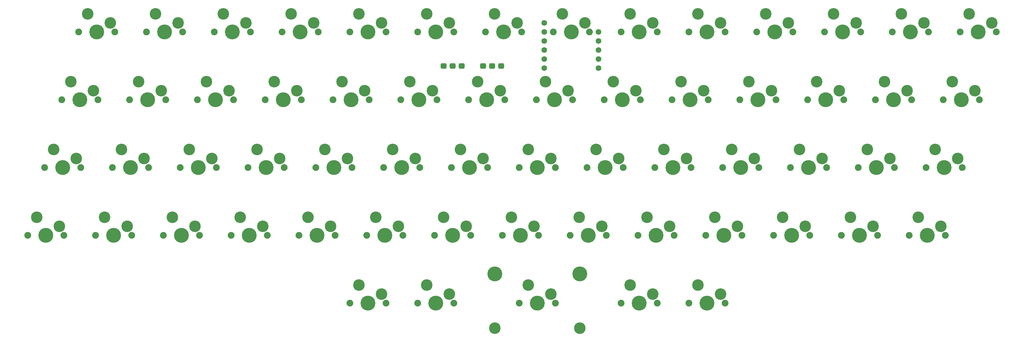
<source format=gbs>
G04 #@! TF.GenerationSoftware,KiCad,Pcbnew,(6.0.6-0)*
G04 #@! TF.CreationDate,2022-08-15T11:25:08-07:00*
G04 #@! TF.ProjectId,purple-owl,70757270-6c65-42d6-9f77-6c2e6b696361,1.0*
G04 #@! TF.SameCoordinates,Original*
G04 #@! TF.FileFunction,Soldermask,Bot*
G04 #@! TF.FilePolarity,Negative*
%FSLAX46Y46*%
G04 Gerber Fmt 4.6, Leading zero omitted, Abs format (unit mm)*
G04 Created by KiCad (PCBNEW (6.0.6-0)) date 2022-08-15 11:25:08*
%MOMM*%
%LPD*%
G01*
G04 APERTURE LIST*
G04 Aperture macros list*
%AMRoundRect*
0 Rectangle with rounded corners*
0 $1 Rounding radius*
0 $2 $3 $4 $5 $6 $7 $8 $9 X,Y pos of 4 corners*
0 Add a 4 corners polygon primitive as box body*
4,1,4,$2,$3,$4,$5,$6,$7,$8,$9,$2,$3,0*
0 Add four circle primitives for the rounded corners*
1,1,$1+$1,$2,$3*
1,1,$1+$1,$4,$5*
1,1,$1+$1,$6,$7*
1,1,$1+$1,$8,$9*
0 Add four rect primitives between the rounded corners*
20,1,$1+$1,$2,$3,$4,$5,0*
20,1,$1+$1,$4,$5,$6,$7,0*
20,1,$1+$1,$6,$7,$8,$9,0*
20,1,$1+$1,$8,$9,$2,$3,0*%
G04 Aperture macros list end*
%ADD10C,1.600000*%
%ADD11C,3.248000*%
%ADD12C,1.901800*%
%ADD13C,4.187800*%
%ADD14RoundRect,0.450000X0.400000X-0.350000X0.400000X0.350000X-0.400000X0.350000X-0.400000X-0.350000X0*%
G04 APERTURE END LIST*
D10*
G04 #@! TO.C,U9*
X226695000Y-95210546D03*
X226695000Y-97750546D03*
X226695000Y-100290546D03*
X226695000Y-102830546D03*
X226695000Y-105370546D03*
X211455000Y-105370546D03*
X211455000Y-102830546D03*
X211455000Y-100290546D03*
X211455000Y-97750546D03*
X211455000Y-95210546D03*
X211455000Y-92670546D03*
G04 #@! TD*
D11*
G04 #@! TO.C,SW36*
X170497500Y-149860000D03*
D12*
X161607500Y-152400000D03*
D11*
X164147500Y-147320000D03*
D12*
X171767500Y-152400000D03*
D13*
X166687500Y-152400000D03*
G04 #@! TD*
D12*
G04 #@! TO.C,SW32*
X190817500Y-152400000D03*
D11*
X189547500Y-149860000D03*
X183197500Y-147320000D03*
D12*
X180657500Y-152400000D03*
D13*
X185737500Y-152400000D03*
G04 #@! TD*
D14*
G04 #@! TO.C,JP1*
X183197500Y-104775000D03*
X185737500Y-104775000D03*
X188277500Y-104775000D03*
G04 #@! TD*
D12*
G04 #@! TO.C,SW29*
X205105000Y-95250000D03*
D11*
X197485000Y-90170000D03*
D13*
X200025000Y-95250000D03*
D11*
X203835000Y-92710000D03*
D12*
X194945000Y-95250000D03*
G04 #@! TD*
G04 #@! TO.C,SW48*
X104457500Y-152400000D03*
D13*
X109537500Y-152400000D03*
D12*
X114617500Y-152400000D03*
D11*
X106997500Y-147320000D03*
X113347500Y-149860000D03*
G04 #@! TD*
G04 #@! TO.C,SW4*
X316547500Y-147320000D03*
D12*
X324167500Y-152400000D03*
D13*
X319087500Y-152400000D03*
D12*
X314007500Y-152400000D03*
D11*
X322897500Y-149860000D03*
G04 #@! TD*
D13*
G04 #@! TO.C,SW6*
X309562500Y-114300000D03*
D11*
X307022500Y-109220000D03*
D12*
X314642500Y-114300000D03*
X304482500Y-114300000D03*
D11*
X313372500Y-111760000D03*
G04 #@! TD*
G04 #@! TO.C,SW37*
X159385000Y-90170000D03*
D12*
X156845000Y-95250000D03*
D11*
X165735000Y-92710000D03*
D13*
X161925000Y-95250000D03*
D12*
X167005000Y-95250000D03*
G04 #@! TD*
D11*
G04 #@! TO.C,SW45*
X121285000Y-90170000D03*
D12*
X118745000Y-95250000D03*
D13*
X123825000Y-95250000D03*
D12*
X128905000Y-95250000D03*
D11*
X127635000Y-92710000D03*
G04 #@! TD*
G04 #@! TO.C,SW50*
X97472500Y-109220000D03*
D13*
X100012500Y-114300000D03*
D12*
X94932500Y-114300000D03*
D11*
X103822500Y-111760000D03*
D12*
X105092500Y-114300000D03*
G04 #@! TD*
G04 #@! TO.C,SW30*
X190182500Y-114300000D03*
D11*
X192722500Y-109220000D03*
X199072500Y-111760000D03*
D12*
X200342500Y-114300000D03*
D13*
X195262500Y-114300000D03*
G04 #@! TD*
D11*
G04 #@! TO.C,SW9*
X299085000Y-92710000D03*
X292735000Y-90170000D03*
D12*
X290195000Y-95250000D03*
D13*
X295275000Y-95250000D03*
D12*
X300355000Y-95250000D03*
G04 #@! TD*
G04 #@! TO.C,SW61*
X167005000Y-171450000D03*
D13*
X161925000Y-171450000D03*
D11*
X159385000Y-166370000D03*
D12*
X156845000Y-171450000D03*
D11*
X165735000Y-168910000D03*
G04 #@! TD*
D12*
G04 #@! TO.C,SW52*
X95567500Y-152400000D03*
D11*
X94297500Y-149860000D03*
D13*
X90487500Y-152400000D03*
D11*
X87947500Y-147320000D03*
D12*
X85407500Y-152400000D03*
G04 #@! TD*
D11*
G04 #@! TO.C,SW55*
X73660000Y-128270000D03*
D12*
X71120000Y-133350000D03*
D11*
X80010000Y-130810000D03*
D13*
X76200000Y-133350000D03*
D12*
X81280000Y-133350000D03*
G04 #@! TD*
G04 #@! TO.C,SW16*
X256857500Y-152400000D03*
X267017500Y-152400000D03*
D13*
X261937500Y-152400000D03*
D11*
X259397500Y-147320000D03*
X265747500Y-149860000D03*
G04 #@! TD*
D13*
G04 #@! TO.C,SW47*
X114300000Y-133350000D03*
D12*
X109220000Y-133350000D03*
D11*
X118110000Y-130810000D03*
D12*
X119380000Y-133350000D03*
D11*
X111760000Y-128270000D03*
G04 #@! TD*
G04 #@! TO.C,SW56*
X75247500Y-149860000D03*
D13*
X71437500Y-152400000D03*
D11*
X68897500Y-147320000D03*
D12*
X66357500Y-152400000D03*
X76517500Y-152400000D03*
G04 #@! TD*
D13*
G04 #@! TO.C,SW46*
X119062500Y-114300000D03*
D12*
X113982500Y-114300000D03*
X124142500Y-114300000D03*
D11*
X116522500Y-109220000D03*
X122872500Y-111760000D03*
G04 #@! TD*
D12*
G04 #@! TO.C,SW18*
X257492500Y-114300000D03*
D11*
X249872500Y-109220000D03*
D13*
X252412500Y-114300000D03*
D12*
X247332500Y-114300000D03*
D11*
X256222500Y-111760000D03*
G04 #@! TD*
D12*
G04 #@! TO.C,SW3*
X318770000Y-133350000D03*
D11*
X327660000Y-130810000D03*
D12*
X328930000Y-133350000D03*
D11*
X321310000Y-128270000D03*
D13*
X323850000Y-133350000D03*
G04 #@! TD*
G04 #@! TO.C,SW58*
X238125000Y-171450000D03*
D11*
X241935000Y-168910000D03*
X235585000Y-166370000D03*
D12*
X243205000Y-171450000D03*
X233045000Y-171450000D03*
G04 #@! TD*
G04 #@! TO.C,SW42*
X143192500Y-114300000D03*
D11*
X141922500Y-111760000D03*
D12*
X133032500Y-114300000D03*
D11*
X135572500Y-109220000D03*
D13*
X138112500Y-114300000D03*
G04 #@! TD*
D11*
G04 #@! TO.C,SW13*
X280035000Y-92710000D03*
D12*
X271145000Y-95250000D03*
D13*
X276225000Y-95250000D03*
D11*
X273685000Y-90170000D03*
D12*
X281305000Y-95250000D03*
G04 #@! TD*
D11*
G04 #@! TO.C,SW59*
X207010000Y-166370000D03*
D13*
X209550000Y-171450000D03*
X221488000Y-163195000D03*
D12*
X214630000Y-171450000D03*
X204470000Y-171450000D03*
D11*
X213360000Y-168910000D03*
X197612000Y-178435000D03*
X221488000Y-178435000D03*
D13*
X197612000Y-163195000D03*
G04 #@! TD*
D12*
G04 #@! TO.C,SW24*
X228917500Y-152400000D03*
X218757500Y-152400000D03*
D11*
X227647500Y-149860000D03*
D13*
X223837500Y-152400000D03*
D11*
X221297500Y-147320000D03*
G04 #@! TD*
D12*
G04 #@! TO.C,SW21*
X233045000Y-95250000D03*
D11*
X241935000Y-92710000D03*
X235585000Y-90170000D03*
D12*
X243205000Y-95250000D03*
D13*
X238125000Y-95250000D03*
G04 #@! TD*
D12*
G04 #@! TO.C,SW38*
X152082500Y-114300000D03*
D13*
X157162500Y-114300000D03*
D11*
X160972500Y-111760000D03*
X154622500Y-109220000D03*
D12*
X162242500Y-114300000D03*
G04 #@! TD*
G04 #@! TO.C,SW8*
X294957500Y-152400000D03*
D11*
X303847500Y-149860000D03*
X297497500Y-147320000D03*
D13*
X300037500Y-152400000D03*
D12*
X305117500Y-152400000D03*
G04 #@! TD*
D13*
G04 #@! TO.C,SW33*
X180975000Y-95250000D03*
D12*
X175895000Y-95250000D03*
D11*
X184785000Y-92710000D03*
X178435000Y-90170000D03*
D12*
X186055000Y-95250000D03*
G04 #@! TD*
D13*
G04 #@! TO.C,SW1*
X333375000Y-95250000D03*
D11*
X337185000Y-92710000D03*
D12*
X328295000Y-95250000D03*
D11*
X330835000Y-90170000D03*
D12*
X338455000Y-95250000D03*
G04 #@! TD*
G04 #@! TO.C,SW57*
X252095000Y-171450000D03*
D11*
X260985000Y-168910000D03*
X254635000Y-166370000D03*
D13*
X257175000Y-171450000D03*
D12*
X262255000Y-171450000D03*
G04 #@! TD*
D13*
G04 #@! TO.C,SW40*
X147637500Y-152400000D03*
D12*
X142557500Y-152400000D03*
D11*
X151447500Y-149860000D03*
X145097500Y-147320000D03*
D12*
X152717500Y-152400000D03*
G04 #@! TD*
G04 #@! TO.C,SW28*
X209867500Y-152400000D03*
X199707500Y-152400000D03*
D11*
X202247500Y-147320000D03*
D13*
X204787500Y-152400000D03*
D11*
X208597500Y-149860000D03*
G04 #@! TD*
D12*
G04 #@! TO.C,SW54*
X75882500Y-114300000D03*
X86042500Y-114300000D03*
D11*
X78422500Y-109220000D03*
X84772500Y-111760000D03*
D13*
X80962500Y-114300000D03*
G04 #@! TD*
D11*
G04 #@! TO.C,SW12*
X284797500Y-149860000D03*
D12*
X275907500Y-152400000D03*
D11*
X278447500Y-147320000D03*
D13*
X280987500Y-152400000D03*
D12*
X286067500Y-152400000D03*
G04 #@! TD*
G04 #@! TO.C,SW7*
X309880000Y-133350000D03*
X299720000Y-133350000D03*
D11*
X308610000Y-130810000D03*
D13*
X304800000Y-133350000D03*
D11*
X302260000Y-128270000D03*
G04 #@! TD*
D14*
G04 #@! TO.C,JP2*
X194310000Y-104775000D03*
X196850000Y-104775000D03*
X199390000Y-104775000D03*
G04 #@! TD*
D13*
G04 #@! TO.C,SW10*
X290512500Y-114300000D03*
D12*
X285432500Y-114300000D03*
D11*
X287972500Y-109220000D03*
X294322500Y-111760000D03*
D12*
X295592500Y-114300000D03*
G04 #@! TD*
G04 #@! TO.C,SW49*
X109855000Y-95250000D03*
D11*
X102235000Y-90170000D03*
D12*
X99695000Y-95250000D03*
D11*
X108585000Y-92710000D03*
D13*
X104775000Y-95250000D03*
G04 #@! TD*
D11*
G04 #@! TO.C,SW39*
X156210000Y-130810000D03*
X149860000Y-128270000D03*
D13*
X152400000Y-133350000D03*
D12*
X147320000Y-133350000D03*
X157480000Y-133350000D03*
G04 #@! TD*
D11*
G04 #@! TO.C,SW51*
X92710000Y-128270000D03*
D12*
X90170000Y-133350000D03*
D11*
X99060000Y-130810000D03*
D12*
X100330000Y-133350000D03*
D13*
X95250000Y-133350000D03*
G04 #@! TD*
D12*
G04 #@! TO.C,SW15*
X271780000Y-133350000D03*
D11*
X270510000Y-130810000D03*
D13*
X266700000Y-133350000D03*
D12*
X261620000Y-133350000D03*
D11*
X264160000Y-128270000D03*
G04 #@! TD*
G04 #@! TO.C,SW34*
X180022500Y-111760000D03*
D12*
X181292500Y-114300000D03*
D13*
X176212500Y-114300000D03*
D11*
X173672500Y-109220000D03*
D12*
X171132500Y-114300000D03*
G04 #@! TD*
D11*
G04 #@! TO.C,SW22*
X230822500Y-109220000D03*
D13*
X233362500Y-114300000D03*
D12*
X238442500Y-114300000D03*
X228282500Y-114300000D03*
D11*
X237172500Y-111760000D03*
G04 #@! TD*
G04 #@! TO.C,SW20*
X240347500Y-147320000D03*
X246697500Y-149860000D03*
D12*
X237807500Y-152400000D03*
D13*
X242887500Y-152400000D03*
D12*
X247967500Y-152400000D03*
G04 #@! TD*
G04 #@! TO.C,SW17*
X252095000Y-95250000D03*
D11*
X254635000Y-90170000D03*
D12*
X262255000Y-95250000D03*
D11*
X260985000Y-92710000D03*
D13*
X257175000Y-95250000D03*
G04 #@! TD*
D12*
G04 #@! TO.C,SW5*
X309245000Y-95250000D03*
D11*
X318135000Y-92710000D03*
D12*
X319405000Y-95250000D03*
D11*
X311785000Y-90170000D03*
D13*
X314325000Y-95250000D03*
G04 #@! TD*
D12*
G04 #@! TO.C,SW11*
X280670000Y-133350000D03*
X290830000Y-133350000D03*
D11*
X289560000Y-130810000D03*
X283210000Y-128270000D03*
D13*
X285750000Y-133350000D03*
G04 #@! TD*
D12*
G04 #@! TO.C,SW23*
X233680000Y-133350000D03*
D13*
X228600000Y-133350000D03*
D11*
X232410000Y-130810000D03*
X226060000Y-128270000D03*
D12*
X223520000Y-133350000D03*
G04 #@! TD*
G04 #@! TO.C,SW41*
X147955000Y-95250000D03*
D11*
X140335000Y-90170000D03*
D12*
X137795000Y-95250000D03*
D11*
X146685000Y-92710000D03*
D13*
X142875000Y-95250000D03*
G04 #@! TD*
D12*
G04 #@! TO.C,SW35*
X166370000Y-133350000D03*
X176530000Y-133350000D03*
D11*
X175260000Y-130810000D03*
X168910000Y-128270000D03*
D13*
X171450000Y-133350000D03*
G04 #@! TD*
D11*
G04 #@! TO.C,SW43*
X137160000Y-130810000D03*
X130810000Y-128270000D03*
D13*
X133350000Y-133350000D03*
D12*
X128270000Y-133350000D03*
X138430000Y-133350000D03*
G04 #@! TD*
D13*
G04 #@! TO.C,SW60*
X180975000Y-171450000D03*
D12*
X186055000Y-171450000D03*
D11*
X178435000Y-166370000D03*
D12*
X175895000Y-171450000D03*
D11*
X184785000Y-168910000D03*
G04 #@! TD*
G04 #@! TO.C,SW2*
X326072500Y-109220000D03*
X332422500Y-111760000D03*
D13*
X328612500Y-114300000D03*
D12*
X333692500Y-114300000D03*
X323532500Y-114300000D03*
G04 #@! TD*
D11*
G04 #@! TO.C,SW26*
X218122500Y-111760000D03*
X211772500Y-109220000D03*
D12*
X209232500Y-114300000D03*
D13*
X214312500Y-114300000D03*
D12*
X219392500Y-114300000D03*
G04 #@! TD*
D11*
G04 #@! TO.C,SW14*
X268922500Y-109220000D03*
D12*
X276542500Y-114300000D03*
X266382500Y-114300000D03*
D11*
X275272500Y-111760000D03*
D13*
X271462500Y-114300000D03*
G04 #@! TD*
G04 #@! TO.C,SW44*
X128587500Y-152400000D03*
D11*
X132397500Y-149860000D03*
X126047500Y-147320000D03*
D12*
X123507500Y-152400000D03*
X133667500Y-152400000D03*
G04 #@! TD*
G04 #@! TO.C,SW27*
X214630000Y-133350000D03*
X204470000Y-133350000D03*
D11*
X213360000Y-130810000D03*
D13*
X209550000Y-133350000D03*
D11*
X207010000Y-128270000D03*
G04 #@! TD*
G04 #@! TO.C,SW31*
X187960000Y-128270000D03*
D12*
X195580000Y-133350000D03*
D13*
X190500000Y-133350000D03*
D12*
X185420000Y-133350000D03*
D11*
X194310000Y-130810000D03*
G04 #@! TD*
G04 #@! TO.C,SW19*
X245110000Y-128270000D03*
D12*
X252730000Y-133350000D03*
X242570000Y-133350000D03*
D13*
X247650000Y-133350000D03*
D11*
X251460000Y-130810000D03*
G04 #@! TD*
D12*
G04 #@! TO.C,SW25*
X213995000Y-95250000D03*
D11*
X222885000Y-92710000D03*
X216535000Y-90170000D03*
D12*
X224155000Y-95250000D03*
D13*
X219075000Y-95250000D03*
G04 #@! TD*
D11*
G04 #@! TO.C,SW53*
X89535000Y-92710000D03*
X83185000Y-90170000D03*
D13*
X85725000Y-95250000D03*
D12*
X80645000Y-95250000D03*
X90805000Y-95250000D03*
G04 #@! TD*
M02*

</source>
